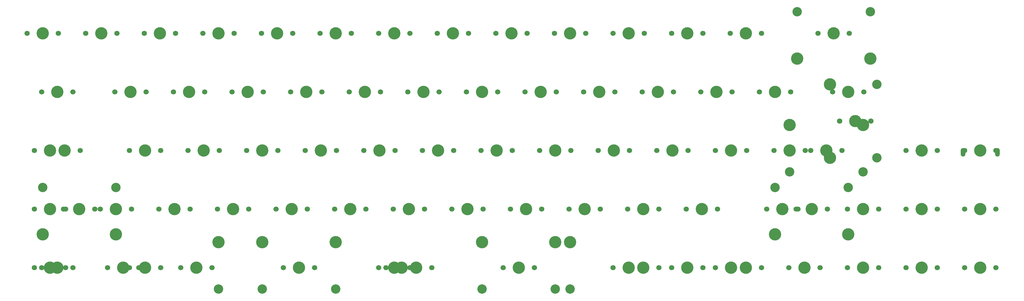
<source format=gbr>
%TF.GenerationSoftware,KiCad,Pcbnew,(6.0.1)*%
%TF.CreationDate,2022-05-17T11:58:55-04:00*%
%TF.ProjectId,GanJing 65 rev 2 solder-rounded,47616e4a-696e-4672-9036-352072657620,2*%
%TF.SameCoordinates,Original*%
%TF.FileFunction,NonPlated,1,2,NPTH,Mixed*%
%TF.FilePolarity,Positive*%
%FSLAX46Y46*%
G04 Gerber Fmt 4.6, Leading zero omitted, Abs format (unit mm)*
G04 Created by KiCad (PCBNEW (6.0.1)) date 2022-05-17 11:58:55*
%MOMM*%
%LPD*%
G01*
G04 APERTURE LIST*
G04 aperture for slot hole*
%TA.AperFunction,ComponentDrill*%
%ADD10O,1.500000X2.800000*%
%TD*%
%TA.AperFunction,ComponentDrill*%
%ADD11C,1.700000*%
%TD*%
%TA.AperFunction,ComponentDrill*%
%ADD12C,1.750000*%
%TD*%
%TA.AperFunction,ComponentDrill*%
%ADD13C,3.050000*%
%TD*%
%TA.AperFunction,ComponentDrill*%
%ADD14C,3.987800*%
%TD*%
%TA.AperFunction,ComponentDrill*%
%ADD15C,4.000000*%
%TD*%
G04 APERTURE END LIST*
D10*
%TO.C,SW1*%
X358731250Y-143475000D03*
X369931250Y-143475000D03*
D11*
%TO.C,MX1*%
X54451250Y-104775000D03*
%TO.C,MX75*%
X56832500Y-142875000D03*
%TO.C,MX77*%
X56832500Y-161925000D03*
%TO.C,MX61*%
X56832500Y-180975000D03*
%TO.C,MX16*%
X59213750Y-123825000D03*
%TO.C,MX79*%
X59213750Y-180975000D03*
%TO.C,MX31*%
X61595000Y-142875000D03*
%TO.C,MX1*%
X64611250Y-104775000D03*
%TO.C,MX46*%
X66357500Y-161925000D03*
%TO.C,MX75*%
X66992500Y-142875000D03*
%TO.C,MX77*%
X66992500Y-161925000D03*
%TO.C,MX61*%
X66992500Y-180975000D03*
%TO.C,MX16*%
X69373750Y-123825000D03*
%TO.C,MX79*%
X69373750Y-180975000D03*
%TO.C,MX31*%
X71755000Y-142875000D03*
%TO.C,MX2*%
X73501250Y-104775000D03*
%TO.C,MX46*%
X76517500Y-161925000D03*
%TO.C,MX47*%
X78263750Y-161925000D03*
%TO.C,MX62*%
X80645000Y-180975000D03*
%TO.C,MX17*%
X83026250Y-123825000D03*
%TO.C,MX2*%
X83661250Y-104775000D03*
%TO.C,MX32*%
X87788750Y-142875000D03*
%TO.C,MX80*%
X87788750Y-180975000D03*
%TO.C,MX47*%
X88423750Y-161925000D03*
%TO.C,MX62*%
X90805000Y-180975000D03*
%TO.C,MX3*%
X92551250Y-104775000D03*
%TO.C,MX17*%
X93186250Y-123825000D03*
%TO.C,MX48*%
X97313750Y-161925000D03*
%TO.C,MX32*%
X97948750Y-142875000D03*
%TO.C,MX80*%
X97948750Y-180975000D03*
%TO.C,MX18*%
X102076250Y-123825000D03*
%TO.C,MX3*%
X102711250Y-104775000D03*
%TO.C,MX63*%
X104457500Y-180975000D03*
%TO.C,MX33*%
X106838750Y-142875000D03*
%TO.C,MX48*%
X107473750Y-161925000D03*
%TO.C,MX4*%
X111601250Y-104775000D03*
%TO.C,MX18*%
X112236250Y-123825000D03*
%TO.C,MX63*%
X114617500Y-180975000D03*
%TO.C,MX49*%
X116363750Y-161925000D03*
%TO.C,MX33*%
X116998750Y-142875000D03*
%TO.C,MX19*%
X121126250Y-123825000D03*
%TO.C,MX4*%
X121761250Y-104775000D03*
%TO.C,MX34*%
X125888750Y-142875000D03*
%TO.C,MX49*%
X126523750Y-161925000D03*
%TO.C,MX5*%
X130651250Y-104775000D03*
%TO.C,MX19*%
X131286250Y-123825000D03*
%TO.C,MX50*%
X135413750Y-161925000D03*
%TO.C,MX34*%
X136048750Y-142875000D03*
%TO.C,MX64*%
X137795000Y-180975000D03*
%TO.C,MX20*%
X140176250Y-123825000D03*
%TO.C,MX5*%
X140811250Y-104775000D03*
%TO.C,MX35*%
X144938750Y-142875000D03*
%TO.C,MX50*%
X145573750Y-161925000D03*
%TO.C,MX64*%
X147955000Y-180975000D03*
%TO.C,MX6*%
X149701250Y-104775000D03*
%TO.C,MX20*%
X150336250Y-123825000D03*
%TO.C,MX51*%
X154463750Y-161925000D03*
%TO.C,MX35*%
X155098750Y-142875000D03*
%TO.C,MX21*%
X159226250Y-123825000D03*
%TO.C,MX6*%
X159861250Y-104775000D03*
%TO.C,MX36*%
X163988750Y-142875000D03*
%TO.C,MX51*%
X164623750Y-161925000D03*
%TO.C,MX7*%
X168751250Y-104775000D03*
%TO.C,MX81*%
X168751250Y-180975000D03*
%TO.C,MX21*%
X169386250Y-123825000D03*
%TO.C,MX65*%
X171132500Y-180975000D03*
%TO.C,MX52*%
X173513750Y-161925000D03*
%TO.C,MX36*%
X174148750Y-142875000D03*
%TO.C,MX66*%
X175895000Y-180975000D03*
%TO.C,MX22*%
X178276250Y-123825000D03*
%TO.C,MX7*%
X178911250Y-104775000D03*
%TO.C,MX81*%
X178911250Y-180975000D03*
%TO.C,MX65*%
X181292500Y-180975000D03*
%TO.C,MX37*%
X183038750Y-142875000D03*
%TO.C,MX52*%
X183673750Y-161925000D03*
%TO.C,MX66*%
X186055000Y-180975000D03*
%TO.C,MX8*%
X187801250Y-104775000D03*
%TO.C,MX22*%
X188436250Y-123825000D03*
%TO.C,MX53*%
X192563750Y-161925000D03*
%TO.C,MX37*%
X193198750Y-142875000D03*
%TO.C,MX23*%
X197326250Y-123825000D03*
%TO.C,MX8*%
X197961250Y-104775000D03*
%TO.C,MX38*%
X202088750Y-142875000D03*
%TO.C,MX53*%
X202723750Y-161925000D03*
%TO.C,MX9*%
X206851250Y-104775000D03*
%TO.C,MX23*%
X207486250Y-123825000D03*
%TO.C,MX67*%
X209232500Y-180975000D03*
%TO.C,MX54*%
X211613750Y-161925000D03*
%TO.C,MX38*%
X212248750Y-142875000D03*
%TO.C,MX24*%
X216376250Y-123825000D03*
%TO.C,MX9*%
X217011250Y-104775000D03*
%TO.C,MX67*%
X219392500Y-180975000D03*
%TO.C,MX39*%
X221138750Y-142875000D03*
%TO.C,MX54*%
X221773750Y-161925000D03*
%TO.C,MX10*%
X225901250Y-104775000D03*
%TO.C,MX24*%
X226536250Y-123825000D03*
%TO.C,MX55*%
X230663750Y-161925000D03*
%TO.C,MX39*%
X231298750Y-142875000D03*
%TO.C,MX25*%
X235426250Y-123825000D03*
%TO.C,MX10*%
X236061250Y-104775000D03*
%TO.C,MX40*%
X240188750Y-142875000D03*
%TO.C,MX55*%
X240823750Y-161925000D03*
%TO.C,MX11*%
X244951250Y-104775000D03*
%TO.C,MX68*%
X244951250Y-180975000D03*
%TO.C,MX25*%
X245586250Y-123825000D03*
%TO.C,MX56*%
X249713750Y-161925000D03*
%TO.C,MX82*%
X249713750Y-180975000D03*
%TO.C,MX40*%
X250348750Y-142875000D03*
%TO.C,MX26*%
X254476250Y-123825000D03*
%TO.C,MX11*%
X255111250Y-104775000D03*
%TO.C,MX68*%
X255111250Y-180975000D03*
%TO.C,MX41*%
X259238750Y-142875000D03*
%TO.C,MX56*%
X259873750Y-161925000D03*
%TO.C,MX82*%
X259873750Y-180975000D03*
%TO.C,MX12*%
X264001250Y-104775000D03*
%TO.C,MX69*%
X264001250Y-180975000D03*
%TO.C,MX26*%
X264636250Y-123825000D03*
%TO.C,MX57*%
X268763750Y-161925000D03*
%TO.C,MX41*%
X269398750Y-142875000D03*
%TO.C,MX27*%
X273526250Y-123825000D03*
%TO.C,MX12*%
X274161250Y-104775000D03*
%TO.C,MX69*%
X274161250Y-180975000D03*
%TO.C,MX42*%
X278288750Y-142875000D03*
%TO.C,MX83*%
X278288750Y-180975000D03*
%TO.C,MX57*%
X278923750Y-161925000D03*
%TO.C,MX13*%
X283051250Y-104775000D03*
%TO.C,MX70*%
X283051250Y-180975000D03*
%TO.C,MX27*%
X283686250Y-123825000D03*
%TO.C,MX42*%
X288448750Y-142875000D03*
%TO.C,MX83*%
X288448750Y-180975000D03*
%TO.C,MX28*%
X292576250Y-123825000D03*
%TO.C,MX13*%
X293211250Y-104775000D03*
%TO.C,MX70*%
X293211250Y-180975000D03*
%TO.C,MX78*%
X294957500Y-161925000D03*
%TO.C,MX43*%
X297338750Y-142875000D03*
%TO.C,MX71*%
X302101250Y-180975000D03*
%TO.C,MX28*%
X302736250Y-123825000D03*
%TO.C,MX58*%
X304482500Y-161925000D03*
%TO.C,MX78*%
X305117500Y-161925000D03*
%TO.C,MX43*%
X307498750Y-142875000D03*
%TO.C,MX44*%
X309245000Y-142875000D03*
%TO.C,MX14*%
X311626250Y-104775000D03*
%TO.C,MX71*%
X312261250Y-180975000D03*
%TO.C,MX58*%
X314642500Y-161925000D03*
%TO.C,MX29*%
X316388750Y-123825000D03*
%TO.C,MX44*%
X319405000Y-142875000D03*
%TO.C,MX59*%
X321151250Y-161925000D03*
%TO.C,MX72*%
X321151250Y-180975000D03*
%TO.C,MX14*%
X321786250Y-104775000D03*
%TO.C,MX29*%
X326548750Y-123825000D03*
%TO.C,MX59*%
X331311250Y-161925000D03*
%TO.C,MX72*%
X331311250Y-180975000D03*
%TO.C,MX30*%
X340201250Y-142875000D03*
%TO.C,MX45*%
X340201250Y-161925000D03*
%TO.C,MX73*%
X340201250Y-180975000D03*
%TO.C,MX30*%
X350361250Y-142875000D03*
%TO.C,MX45*%
X350361250Y-161925000D03*
%TO.C,MX73*%
X350361250Y-180975000D03*
%TO.C,MX15*%
X359240000Y-142860000D03*
%TO.C,MX60*%
X359251250Y-161925000D03*
%TO.C,MX74*%
X359251250Y-180975000D03*
%TO.C,MX15*%
X369400000Y-142860000D03*
%TO.C,MX60*%
X369411250Y-161925000D03*
%TO.C,MX74*%
X369411250Y-180975000D03*
D12*
%TO.C,MX76*%
X318645000Y-133350000D03*
X328805000Y-133350000D03*
D13*
%TO.C,MX46*%
X59537500Y-154925000D03*
X83337500Y-154925000D03*
%TO.C,MX81*%
X116681250Y-187960000D03*
%TO.C,MX64*%
X130975000Y-187975000D03*
%TO.C,MX66*%
X130975100Y-187960000D03*
%TO.C,MX64*%
X154775000Y-187975000D03*
%TO.C,MX67*%
X202412500Y-187975000D03*
X226212500Y-187975000D03*
%TO.C,MX66*%
X230974900Y-187960000D03*
%TO.C,MX81*%
X230981250Y-187960000D03*
%TO.C,MX58*%
X297662500Y-154925000D03*
%TO.C,MX44*%
X302425000Y-149875000D03*
%TO.C,MX14*%
X304806250Y-97775000D03*
%TO.C,MX58*%
X321462500Y-154925000D03*
%TO.C,MX44*%
X326225000Y-149875000D03*
%TO.C,MX14*%
X328606250Y-97775000D03*
%TO.C,MX76*%
X330710000Y-121412000D03*
X330710000Y-145288000D03*
D14*
X323725000Y-133350000D03*
D15*
%TO.C,MX1*%
X59531250Y-104775000D03*
%TO.C,MX46*%
X59537500Y-170165000D03*
%TO.C,MX75*%
X61912500Y-142875000D03*
%TO.C,MX77*%
X61912500Y-161925000D03*
%TO.C,MX61*%
X61912500Y-180975000D03*
%TO.C,MX16*%
X64293750Y-123825000D03*
%TO.C,MX79*%
X64293750Y-180975000D03*
%TO.C,MX31*%
X66675000Y-142875000D03*
%TO.C,MX46*%
X71437500Y-161925000D03*
%TO.C,MX2*%
X78581250Y-104775000D03*
%TO.C,MX46*%
X83337500Y-170165000D03*
%TO.C,MX47*%
X83343750Y-161925000D03*
%TO.C,MX62*%
X85725000Y-180975000D03*
%TO.C,MX17*%
X88106250Y-123825000D03*
%TO.C,MX32*%
X92868750Y-142875000D03*
%TO.C,MX80*%
X92868750Y-180975000D03*
%TO.C,MX3*%
X97631250Y-104775000D03*
%TO.C,MX48*%
X102393750Y-161925000D03*
%TO.C,MX18*%
X107156250Y-123825000D03*
%TO.C,MX63*%
X109537500Y-180975000D03*
%TO.C,MX33*%
X111918750Y-142875000D03*
%TO.C,MX4*%
X116681250Y-104775000D03*
%TO.C,MX81*%
X116681250Y-172720000D03*
%TO.C,MX49*%
X121443750Y-161925000D03*
%TO.C,MX19*%
X126206250Y-123825000D03*
%TO.C,MX34*%
X130968750Y-142875000D03*
%TO.C,MX64*%
X130975000Y-172735000D03*
%TO.C,MX66*%
X130975100Y-172720000D03*
%TO.C,MX5*%
X135731250Y-104775000D03*
%TO.C,MX50*%
X140493750Y-161925000D03*
%TO.C,MX64*%
X142875000Y-180975000D03*
%TO.C,MX20*%
X145256250Y-123825000D03*
%TO.C,MX35*%
X150018750Y-142875000D03*
%TO.C,MX64*%
X154775000Y-172735000D03*
%TO.C,MX6*%
X154781250Y-104775000D03*
%TO.C,MX51*%
X159543750Y-161925000D03*
%TO.C,MX21*%
X164306250Y-123825000D03*
%TO.C,MX36*%
X169068750Y-142875000D03*
%TO.C,MX7*%
X173831250Y-104775000D03*
%TO.C,MX81*%
X173831250Y-180975000D03*
%TO.C,MX65*%
X176212500Y-180975000D03*
%TO.C,MX52*%
X178593750Y-161925000D03*
%TO.C,MX66*%
X180975000Y-180975000D03*
%TO.C,MX22*%
X183356250Y-123825000D03*
%TO.C,MX37*%
X188118750Y-142875000D03*
%TO.C,MX8*%
X192881250Y-104775000D03*
%TO.C,MX53*%
X197643750Y-161925000D03*
%TO.C,MX23*%
X202406250Y-123825000D03*
%TO.C,MX67*%
X202412500Y-172735000D03*
%TO.C,MX38*%
X207168750Y-142875000D03*
%TO.C,MX9*%
X211931250Y-104775000D03*
%TO.C,MX67*%
X214312500Y-180975000D03*
%TO.C,MX54*%
X216693750Y-161925000D03*
%TO.C,MX24*%
X221456250Y-123825000D03*
%TO.C,MX67*%
X226212500Y-172735000D03*
%TO.C,MX39*%
X226218750Y-142875000D03*
%TO.C,MX66*%
X230974900Y-172720000D03*
%TO.C,MX10*%
X230981250Y-104775000D03*
%TO.C,MX81*%
X230981250Y-172720000D03*
%TO.C,MX55*%
X235743750Y-161925000D03*
%TO.C,MX25*%
X240506250Y-123825000D03*
%TO.C,MX40*%
X245268750Y-142875000D03*
%TO.C,MX11*%
X250031250Y-104775000D03*
%TO.C,MX68*%
X250031250Y-180975000D03*
%TO.C,MX56*%
X254793750Y-161925000D03*
%TO.C,MX82*%
X254793750Y-180975000D03*
%TO.C,MX26*%
X259556250Y-123825000D03*
%TO.C,MX41*%
X264318750Y-142875000D03*
%TO.C,MX12*%
X269081250Y-104775000D03*
%TO.C,MX69*%
X269081250Y-180975000D03*
%TO.C,MX57*%
X273843750Y-161925000D03*
%TO.C,MX27*%
X278606250Y-123825000D03*
%TO.C,MX42*%
X283368750Y-142875000D03*
%TO.C,MX83*%
X283368750Y-180975000D03*
%TO.C,MX13*%
X288131250Y-104775000D03*
%TO.C,MX70*%
X288131250Y-180975000D03*
%TO.C,MX28*%
X297656250Y-123825000D03*
%TO.C,MX58*%
X297662500Y-170165000D03*
%TO.C,MX78*%
X300037500Y-161925000D03*
%TO.C,MX43*%
X302418750Y-142875000D03*
%TO.C,MX44*%
X302425000Y-134635000D03*
%TO.C,MX14*%
X304806250Y-113015000D03*
%TO.C,MX71*%
X307181250Y-180975000D03*
%TO.C,MX58*%
X309562500Y-161925000D03*
%TO.C,MX44*%
X314325000Y-142875000D03*
%TO.C,MX76*%
X315470000Y-121412000D03*
X315470000Y-145288000D03*
%TO.C,MX14*%
X316706250Y-104775000D03*
%TO.C,MX58*%
X321462500Y-170165000D03*
%TO.C,MX29*%
X321468750Y-123825000D03*
%TO.C,MX44*%
X326225000Y-134635000D03*
%TO.C,MX59*%
X326231250Y-161925000D03*
%TO.C,MX72*%
X326231250Y-180975000D03*
%TO.C,MX14*%
X328606250Y-113015000D03*
%TO.C,MX30*%
X345281250Y-142875000D03*
%TO.C,MX45*%
X345281250Y-161925000D03*
%TO.C,MX73*%
X345281250Y-180975000D03*
%TO.C,MX15*%
X364320000Y-142860000D03*
%TO.C,MX60*%
X364331250Y-161925000D03*
%TO.C,MX74*%
X364331250Y-180975000D03*
M02*

</source>
